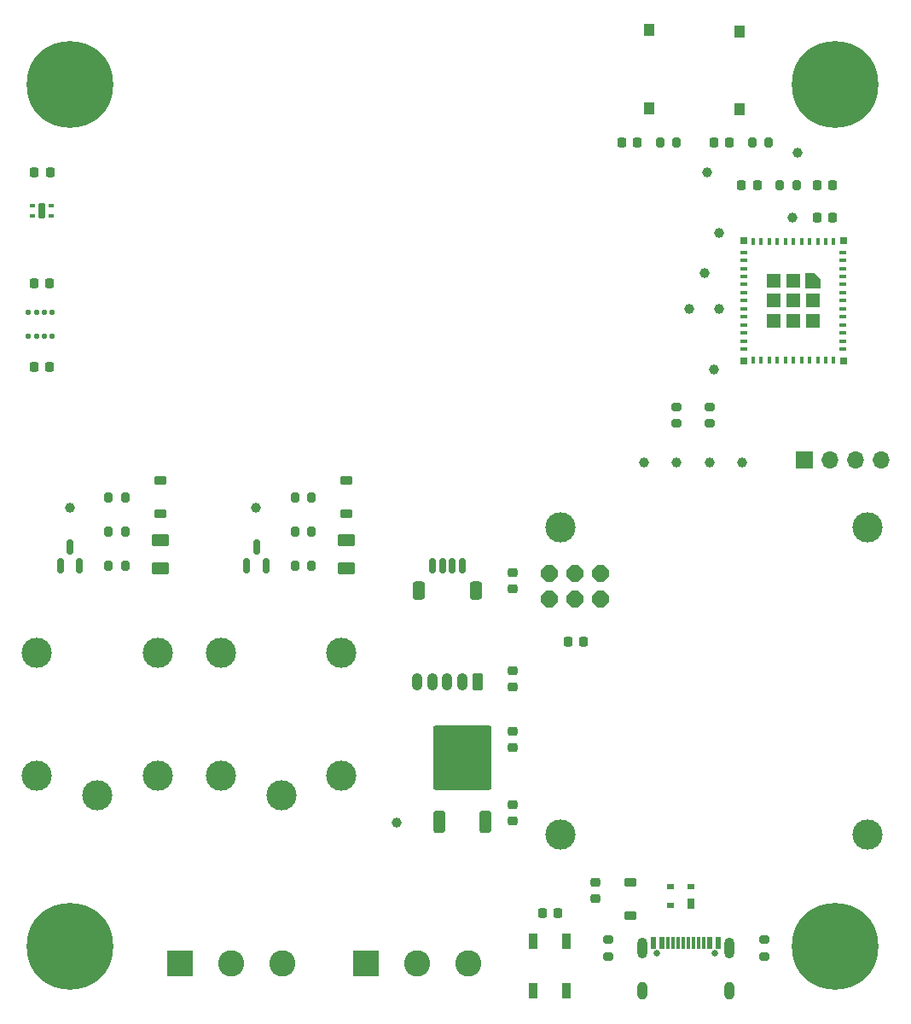
<source format=gbr>
%TF.GenerationSoftware,KiCad,Pcbnew,(7.0.0-0)*%
%TF.CreationDate,2023-03-25T06:26:20-04:00*%
%TF.ProjectId,KwartzLab-SensorBoard-Rev1,4b776172-747a-44c6-9162-2d53656e736f,1*%
%TF.SameCoordinates,Original*%
%TF.FileFunction,Soldermask,Top*%
%TF.FilePolarity,Negative*%
%FSLAX46Y46*%
G04 Gerber Fmt 4.6, Leading zero omitted, Abs format (unit mm)*
G04 Created by KiCad (PCBNEW (7.0.0-0)) date 2023-03-25 06:26:20*
%MOMM*%
%LPD*%
G01*
G04 APERTURE LIST*
G04 Aperture macros list*
%AMRoundRect*
0 Rectangle with rounded corners*
0 $1 Rounding radius*
0 $2 $3 $4 $5 $6 $7 $8 $9 X,Y pos of 4 corners*
0 Add a 4 corners polygon primitive as box body*
4,1,4,$2,$3,$4,$5,$6,$7,$8,$9,$2,$3,0*
0 Add four circle primitives for the rounded corners*
1,1,$1+$1,$2,$3*
1,1,$1+$1,$4,$5*
1,1,$1+$1,$6,$7*
1,1,$1+$1,$8,$9*
0 Add four rect primitives between the rounded corners*
20,1,$1+$1,$2,$3,$4,$5,0*
20,1,$1+$1,$4,$5,$6,$7,0*
20,1,$1+$1,$6,$7,$8,$9,0*
20,1,$1+$1,$8,$9,$2,$3,0*%
%AMFreePoly0*
4,1,6,0.725000,-0.725000,-0.725000,-0.725000,-0.725000,0.125000,-0.125000,0.725000,0.725000,0.725000,0.725000,-0.725000,0.725000,-0.725000,$1*%
%AMFreePoly1*
4,1,17,0.356937,0.810921,0.810921,0.356937,0.825800,0.321016,0.825800,-0.321016,0.810921,-0.356937,0.356937,-0.810921,0.321016,-0.825800,-0.321016,-0.825800,-0.356937,-0.810921,-0.810921,-0.356937,-0.825800,-0.321016,-0.825800,0.321016,-0.810921,0.356937,-0.356937,0.810921,-0.321016,0.825800,0.321016,0.825800,0.356937,0.810921,0.356937,0.810921,$1*%
G04 Aperture macros list end*
%ADD10RoundRect,0.250000X0.350000X-0.850000X0.350000X0.850000X-0.350000X0.850000X-0.350000X-0.850000X0*%
%ADD11RoundRect,0.249997X2.650003X-2.950003X2.650003X2.950003X-2.650003X2.950003X-2.650003X-2.950003X0*%
%ADD12R,1.000000X1.250000*%
%ADD13RoundRect,0.225000X-0.225000X-0.250000X0.225000X-0.250000X0.225000X0.250000X-0.225000X0.250000X0*%
%ADD14C,0.900000*%
%ADD15C,8.600000*%
%ADD16RoundRect,0.200000X0.200000X0.275000X-0.200000X0.275000X-0.200000X-0.275000X0.200000X-0.275000X0*%
%ADD17R,1.700000X1.700000*%
%ADD18O,1.700000X1.700000*%
%ADD19C,1.000000*%
%ADD20RoundRect,0.150000X0.150000X-0.587500X0.150000X0.587500X-0.150000X0.587500X-0.150000X-0.587500X0*%
%ADD21RoundRect,0.250000X0.265000X0.615000X-0.265000X0.615000X-0.265000X-0.615000X0.265000X-0.615000X0*%
%ADD22O,1.030000X1.730000*%
%ADD23RoundRect,0.225000X0.375000X-0.225000X0.375000X0.225000X-0.375000X0.225000X-0.375000X-0.225000X0*%
%ADD24R,0.400000X0.800000*%
%ADD25R,0.800000X0.400000*%
%ADD26FreePoly0,270.000000*%
%ADD27R,1.450000X1.450000*%
%ADD28R,0.700000X0.700000*%
%ADD29RoundRect,0.200000X-0.275000X0.200000X-0.275000X-0.200000X0.275000X-0.200000X0.275000X0.200000X0*%
%ADD30C,3.000000*%
%ADD31RoundRect,0.200000X-0.200000X-0.275000X0.200000X-0.275000X0.200000X0.275000X-0.200000X0.275000X0*%
%ADD32RoundRect,0.225000X0.225000X0.250000X-0.225000X0.250000X-0.225000X-0.250000X0.225000X-0.250000X0*%
%ADD33R,2.600000X2.600000*%
%ADD34C,2.600000*%
%ADD35RoundRect,0.225000X0.250000X-0.225000X0.250000X0.225000X-0.250000X0.225000X-0.250000X-0.225000X0*%
%ADD36R,0.900000X1.500000*%
%ADD37RoundRect,0.225000X-0.375000X0.225000X-0.375000X-0.225000X0.375000X-0.225000X0.375000X0.225000X0*%
%ADD38RoundRect,0.150000X0.150000X0.625000X-0.150000X0.625000X-0.150000X-0.625000X0.150000X-0.625000X0*%
%ADD39RoundRect,0.250000X0.350000X0.650000X-0.350000X0.650000X-0.350000X-0.650000X0.350000X-0.650000X0*%
%ADD40FreePoly1,180.000000*%
%ADD41RoundRect,0.250000X-0.625000X0.375000X-0.625000X-0.375000X0.625000X-0.375000X0.625000X0.375000X0*%
%ADD42RoundRect,0.125000X-0.125000X-0.137500X0.125000X-0.137500X0.125000X0.137500X-0.125000X0.137500X0*%
%ADD43RoundRect,0.225000X-0.250000X0.225000X-0.250000X-0.225000X0.250000X-0.225000X0.250000X0.225000X0*%
%ADD44C,0.650000*%
%ADD45R,0.600000X1.150000*%
%ADD46R,0.300000X1.150000*%
%ADD47O,1.000000X2.100000*%
%ADD48O,1.000000X1.800000*%
%ADD49RoundRect,0.087500X-0.187500X-0.087500X0.187500X-0.087500X0.187500X0.087500X-0.187500X0.087500X0*%
%ADD50RoundRect,0.175000X-0.175000X-0.625000X0.175000X-0.625000X0.175000X0.625000X-0.175000X0.625000X0*%
%ADD51R,0.700000X1.000000*%
%ADD52R,0.700000X0.600000*%
G04 APERTURE END LIST*
D10*
%TO.C,U2*%
X133495000Y-139275000D03*
D11*
X135775000Y-132975000D03*
D10*
X138055000Y-139275000D03*
%TD*%
D12*
%TO.C,SW1*%
X154349999Y-60774999D03*
X154349999Y-68524999D03*
%TD*%
D13*
%TO.C,C7*%
X151600000Y-71900000D03*
X153150000Y-71900000D03*
%TD*%
D14*
%TO.C,H3*%
X169557188Y-66150000D03*
X170501769Y-63869581D03*
X170501769Y-68430419D03*
X172782188Y-62925000D03*
D15*
X172782188Y-66150000D03*
D14*
X172782188Y-69375000D03*
X175062607Y-63869581D03*
X175062607Y-68430419D03*
X176007188Y-66150000D03*
%TD*%
%TO.C,H1*%
X93600000Y-151650000D03*
X94544581Y-149369581D03*
X94544581Y-153930419D03*
X96825000Y-148425000D03*
D15*
X96825000Y-151650000D03*
D14*
X96825000Y-154875000D03*
X99105419Y-149369581D03*
X99105419Y-153930419D03*
X100050000Y-151650000D03*
%TD*%
D16*
%TO.C,R13*%
X120800000Y-113900000D03*
X119150000Y-113900000D03*
%TD*%
D17*
%TO.C,J1*%
X169719999Y-103399999D03*
D18*
X172259999Y-103399999D03*
X174799999Y-103399999D03*
X177339999Y-103399999D03*
%TD*%
D19*
%TO.C,TP1*%
X161300000Y-80900000D03*
%TD*%
D14*
%TO.C,H4*%
X93600000Y-66150000D03*
X94544581Y-63869581D03*
X94544581Y-68430419D03*
X96825000Y-62925000D03*
D15*
X96825000Y-66150000D03*
D14*
X96825000Y-69375000D03*
X99105419Y-63869581D03*
X99105419Y-68430419D03*
X100050000Y-66150000D03*
%TD*%
D20*
%TO.C,Q2*%
X114400000Y-113900000D03*
X116300000Y-113900000D03*
X115350000Y-112025000D03*
%TD*%
D21*
%TO.C,J3*%
X137300000Y-125400000D03*
D22*
X135799999Y-125399999D03*
X134299999Y-125399999D03*
X132799999Y-125399999D03*
X131299999Y-125399999D03*
%TD*%
D23*
%TO.C,D6*%
X105800000Y-108700000D03*
X105800000Y-105400000D03*
%TD*%
D24*
%TO.C,U1*%
X172649999Y-81699999D03*
X171849999Y-81699999D03*
X171049999Y-81699999D03*
X170249999Y-81699999D03*
X169449999Y-81699999D03*
X168649999Y-81699999D03*
X167849999Y-81699999D03*
X167049999Y-81699999D03*
X166249999Y-81699999D03*
X165449999Y-81699999D03*
X164649999Y-81699999D03*
D25*
X163749999Y-82799999D03*
X163749999Y-83599999D03*
X163749999Y-84399999D03*
X163749999Y-85199999D03*
X163749999Y-85999999D03*
X163749999Y-86799999D03*
X163749999Y-87599999D03*
X163749999Y-88399999D03*
X163749999Y-89199999D03*
X163749999Y-89999999D03*
X163749999Y-90799999D03*
X163749999Y-91599999D03*
X163749999Y-92399999D03*
D24*
X164649999Y-93499999D03*
X165449999Y-93499999D03*
X166249999Y-93499999D03*
X167049999Y-93499999D03*
X167849999Y-93499999D03*
X168649999Y-93499999D03*
X169449999Y-93499999D03*
X170249999Y-93499999D03*
X171049999Y-93499999D03*
X171849999Y-93499999D03*
X172649999Y-93499999D03*
D25*
X173549999Y-92399999D03*
X173549999Y-91599999D03*
X173549999Y-90799999D03*
X173549999Y-89999999D03*
X173549999Y-89199999D03*
X173549999Y-88399999D03*
X173549999Y-87599999D03*
X173549999Y-86799999D03*
X173549999Y-85999999D03*
X173549999Y-85199999D03*
X173549999Y-84399999D03*
X173549999Y-83599999D03*
X173549999Y-82799999D03*
D26*
X170625000Y-85625000D03*
D27*
X168649999Y-85624999D03*
X166674999Y-85624999D03*
X170624999Y-87599999D03*
X168649999Y-87599999D03*
X166674999Y-87599999D03*
X170624999Y-89574999D03*
X168649999Y-89574999D03*
X166674999Y-89574999D03*
D28*
X173599999Y-93549999D03*
X163699999Y-93549999D03*
X163699999Y-81649999D03*
X173599999Y-81649999D03*
%TD*%
D29*
%TO.C,R4*%
X150230000Y-151000000D03*
X150230000Y-152650000D03*
%TD*%
D30*
%TO.C,K2*%
X117800000Y-136700000D03*
X111800000Y-122500000D03*
X123800000Y-122500000D03*
X123800000Y-134700000D03*
X111800000Y-134700000D03*
%TD*%
D13*
%TO.C,C2*%
X171000000Y-79400000D03*
X172550000Y-79400000D03*
%TD*%
D31*
%TO.C,R8*%
X100650000Y-110525000D03*
X102300000Y-110525000D03*
%TD*%
D14*
%TO.C,H2*%
X169544581Y-151650000D03*
X170489162Y-149369581D03*
X170489162Y-153930419D03*
X172769581Y-148425000D03*
D15*
X172769581Y-151650000D03*
D14*
X172769581Y-154875000D03*
X175050000Y-149369581D03*
X175050000Y-153930419D03*
X175994581Y-151650000D03*
%TD*%
D32*
%TO.C,C14*%
X147850000Y-121400000D03*
X146300000Y-121400000D03*
%TD*%
D29*
%TO.C,R1*%
X160300000Y-98150000D03*
X160300000Y-99800000D03*
%TD*%
D13*
%TO.C,C10*%
X93300000Y-74837500D03*
X94850000Y-74837500D03*
%TD*%
D33*
%TO.C,J6*%
X126214999Y-153399999D03*
D34*
X131295000Y-153400000D03*
X136375000Y-153400000D03*
%TD*%
D19*
%TO.C,TP10*%
X129300000Y-139400000D03*
%TD*%
D35*
%TO.C,C15*%
X140800000Y-116150000D03*
X140800000Y-114600000D03*
%TD*%
D36*
%TO.C,D3*%
X142799999Y-156049999D03*
X146099999Y-156049999D03*
X146099999Y-151149999D03*
X142799999Y-151149999D03*
%TD*%
D35*
%TO.C,C13*%
X140800000Y-125900000D03*
X140800000Y-124350000D03*
%TD*%
D29*
%TO.C,R5*%
X165730000Y-151000000D03*
X165730000Y-152650000D03*
%TD*%
D19*
%TO.C,TP9*%
X160300000Y-103650000D03*
%TD*%
D12*
%TO.C,SW2*%
X163299999Y-60899999D03*
X163299999Y-68649999D03*
%TD*%
D35*
%TO.C,C5*%
X140800000Y-131900000D03*
X140800000Y-130350000D03*
%TD*%
D19*
%TO.C,TP4*%
X153800000Y-103650000D03*
%TD*%
D31*
%TO.C,R7*%
X164550000Y-71900000D03*
X166200000Y-71900000D03*
%TD*%
D37*
%TO.C,D2*%
X152480000Y-145350000D03*
X152480000Y-148650000D03*
%TD*%
D19*
%TO.C,TP3*%
X115300000Y-108150000D03*
%TD*%
D13*
%TO.C,C1*%
X163500000Y-76150000D03*
X165050000Y-76150000D03*
%TD*%
D38*
%TO.C,J7*%
X135800000Y-113875000D03*
X134800000Y-113875000D03*
X133800000Y-113875000D03*
X132800000Y-113875000D03*
D39*
X137100000Y-116400000D03*
X131500000Y-116400000D03*
%TD*%
D13*
%TO.C,C8*%
X160750000Y-71900000D03*
X162300000Y-71900000D03*
%TD*%
D19*
%TO.C,TP13*%
X160050000Y-74900000D03*
%TD*%
%TO.C,TP6*%
X168550000Y-79400000D03*
%TD*%
D33*
%TO.C,J5*%
X107799999Y-153399999D03*
D34*
X112880000Y-153400000D03*
X117960000Y-153400000D03*
%TD*%
D30*
%TO.C,J4*%
X176023128Y-140594944D03*
X176023128Y-110114944D03*
X145543128Y-140594944D03*
X145543128Y-110114944D03*
D40*
X149482928Y-114684144D03*
X149482928Y-117224144D03*
X146942928Y-114684144D03*
X146942928Y-117224144D03*
X144402928Y-114684144D03*
X144402928Y-117224144D03*
%TD*%
D16*
%TO.C,R10*%
X102300000Y-107150000D03*
X100650000Y-107150000D03*
%TD*%
%TO.C,R12*%
X120800000Y-107150000D03*
X119150000Y-107150000D03*
%TD*%
D23*
%TO.C,D7*%
X124300000Y-108700000D03*
X124300000Y-105400000D03*
%TD*%
D41*
%TO.C,D4*%
X105800000Y-111350000D03*
X105800000Y-114150000D03*
%TD*%
D19*
%TO.C,TP11*%
X157050000Y-103650000D03*
%TD*%
%TO.C,TP14*%
X159800000Y-84900000D03*
%TD*%
D13*
%TO.C,C3*%
X171000000Y-76150000D03*
X172550000Y-76150000D03*
%TD*%
D42*
%TO.C,U4*%
X92700000Y-88775000D03*
X93500000Y-88775000D03*
X94300000Y-88775000D03*
X95100000Y-88775000D03*
X95100000Y-91150000D03*
X94300000Y-91150000D03*
X93500000Y-91150000D03*
X92700000Y-91150000D03*
%TD*%
D19*
%TO.C,TP8*%
X161300000Y-88400000D03*
%TD*%
%TO.C,TP5*%
X163550000Y-103650000D03*
%TD*%
%TO.C,TP12*%
X160800000Y-94400000D03*
%TD*%
D43*
%TO.C,C6*%
X148980000Y-145350000D03*
X148980000Y-146900000D03*
%TD*%
D44*
%TO.C,J2*%
X155090000Y-152370000D03*
X160870000Y-152370000D03*
D45*
X154779999Y-151294999D03*
X155579999Y-151294999D03*
D46*
X156729999Y-151294999D03*
X157729999Y-151294999D03*
X158229999Y-151294999D03*
X159229999Y-151294999D03*
D45*
X160379999Y-151294999D03*
X161179999Y-151294999D03*
X161179999Y-151294999D03*
X160379999Y-151294999D03*
D46*
X159729999Y-151294999D03*
X158729999Y-151294999D03*
X157229999Y-151294999D03*
X156229999Y-151294999D03*
D45*
X155579999Y-151294999D03*
X154779999Y-151294999D03*
D47*
X153659999Y-151869999D03*
D48*
X153659999Y-156049999D03*
D47*
X162299999Y-151869999D03*
D48*
X162299999Y-156049999D03*
%TD*%
D16*
%TO.C,R11*%
X102300000Y-113900000D03*
X100650000Y-113900000D03*
%TD*%
D20*
%TO.C,Q1*%
X95900000Y-113900000D03*
X97800000Y-113900000D03*
X96850000Y-112025000D03*
%TD*%
D29*
%TO.C,R2*%
X157050000Y-98150000D03*
X157050000Y-99800000D03*
%TD*%
D49*
%TO.C,U3*%
X93100000Y-78150000D03*
X93100000Y-79150000D03*
X94950000Y-79150000D03*
X94950000Y-78150000D03*
D50*
X94025000Y-78650000D03*
%TD*%
D31*
%TO.C,R9*%
X119150000Y-110525000D03*
X120800000Y-110525000D03*
%TD*%
D19*
%TO.C,TP15*%
X169050000Y-72900000D03*
%TD*%
D41*
%TO.C,D5*%
X124300000Y-111350000D03*
X124300000Y-114150000D03*
%TD*%
D51*
%TO.C,D1*%
X158479999Y-147399999D03*
D52*
X158479999Y-145699999D03*
X156479999Y-145699999D03*
X156479999Y-147599999D03*
%TD*%
D35*
%TO.C,C4*%
X140800000Y-139200000D03*
X140800000Y-137650000D03*
%TD*%
D31*
%TO.C,R6*%
X155400000Y-71900000D03*
X157050000Y-71900000D03*
%TD*%
D30*
%TO.C,K1*%
X99550000Y-136700000D03*
X93550000Y-122500000D03*
X105550000Y-122500000D03*
X105550000Y-134700000D03*
X93550000Y-134700000D03*
%TD*%
D13*
%TO.C,C11*%
X93250000Y-85900000D03*
X94800000Y-85900000D03*
%TD*%
%TO.C,C9*%
X143750000Y-148400000D03*
X145300000Y-148400000D03*
%TD*%
D19*
%TO.C,TP7*%
X158300000Y-88400000D03*
%TD*%
%TO.C,TP2*%
X96800000Y-108150000D03*
%TD*%
D16*
%TO.C,R3*%
X168950000Y-76150000D03*
X167300000Y-76150000D03*
%TD*%
D13*
%TO.C,C12*%
X93250000Y-94150000D03*
X94800000Y-94150000D03*
%TD*%
M02*

</source>
